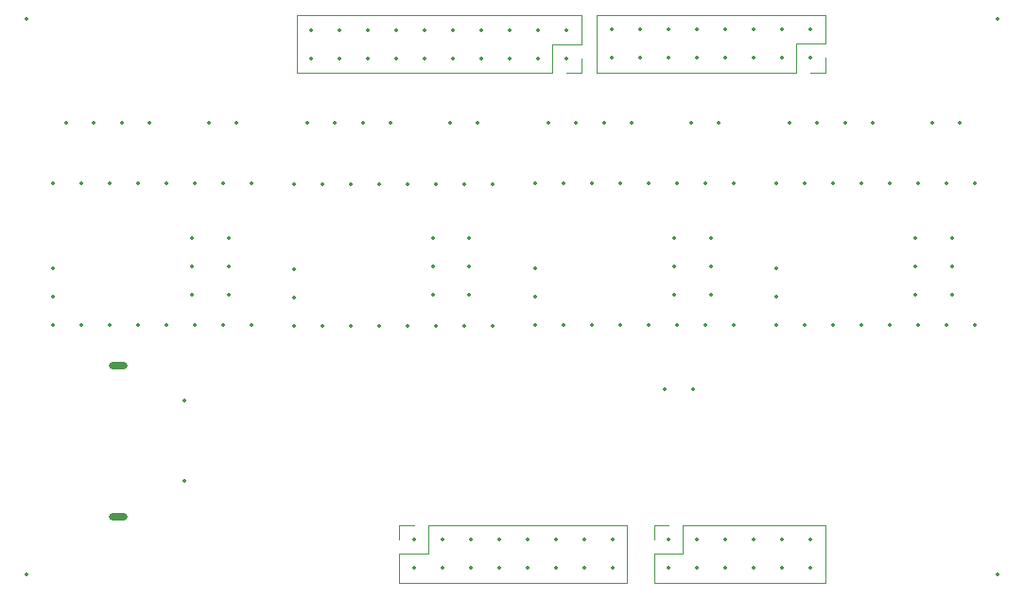
<source format=gbo>
%TF.GenerationSoftware,KiCad,Pcbnew,8.0.3*%
%TF.CreationDate,2024-06-29T14:46:45+02:00*%
%TF.ProjectId,StepperDriver-Shield_FRDM-MCXA153,53746570-7065-4724-9472-697665722d53,rev?*%
%TF.SameCoordinates,Original*%
%TF.FileFunction,Legend,Bot*%
%TF.FilePolarity,Positive*%
%FSLAX46Y46*%
G04 Gerber Fmt 4.6, Leading zero omitted, Abs format (unit mm)*
G04 Created by KiCad (PCBNEW 8.0.3) date 2024-06-29 14:46:45*
%MOMM*%
%LPD*%
G01*
G04 APERTURE LIST*
%ADD10C,0.120000*%
%ADD11C,0.350000*%
%ADD12O,1.700000X0.600000*%
G04 APERTURE END LIST*
D10*
%TO.C,J2*%
X143513222Y-115675168D02*
X144843222Y-115675168D01*
X143513222Y-117005168D02*
X143513222Y-115675168D01*
X143513222Y-118275168D02*
X146113222Y-118275168D01*
X143513222Y-120875168D02*
X143513222Y-118275168D01*
X146113222Y-118275168D02*
X146113222Y-115675168D01*
X158873222Y-115675168D02*
X146113222Y-115675168D01*
X158873222Y-120875168D02*
X143513222Y-120875168D01*
X158873222Y-120875168D02*
X158873222Y-115675168D01*
%TO.C,J5*%
X111503222Y-69965168D02*
X111503222Y-75165168D01*
X111503222Y-69965168D02*
X137023222Y-69965168D01*
X111503222Y-75165168D02*
X134423222Y-75165168D01*
X134423222Y-72565168D02*
X134423222Y-75165168D01*
X137023222Y-69965168D02*
X137023222Y-72565168D01*
X137023222Y-72565168D02*
X134423222Y-72565168D01*
X137023222Y-73835168D02*
X137023222Y-75165168D01*
X137023222Y-75165168D02*
X135693222Y-75165168D01*
%TO.C,J4*%
X138407222Y-69940168D02*
X138407222Y-75140168D01*
X138407222Y-69940168D02*
X158847222Y-69940168D01*
X138407222Y-75140168D02*
X156247222Y-75140168D01*
X156247222Y-72540168D02*
X156247222Y-75140168D01*
X158847222Y-69940168D02*
X158847222Y-72540168D01*
X158847222Y-72540168D02*
X156247222Y-72540168D01*
X158847222Y-73810168D02*
X158847222Y-75140168D01*
X158847222Y-75140168D02*
X157517222Y-75140168D01*
%TO.C,J3*%
X120667222Y-115675168D02*
X121997222Y-115675168D01*
X120667222Y-117005168D02*
X120667222Y-115675168D01*
X120667222Y-118275168D02*
X123267222Y-118275168D01*
X120667222Y-120875168D02*
X120667222Y-118275168D01*
X123267222Y-118275168D02*
X123267222Y-115675168D01*
X141107222Y-115675168D02*
X123267222Y-115675168D01*
X141107222Y-120875168D02*
X120667222Y-120875168D01*
X141107222Y-120875168D02*
X141107222Y-115675168D01*
%TD*%
D11*
X129032000Y-85090000D03*
X126492000Y-85090000D03*
X123952000Y-85090000D03*
X121412000Y-85090000D03*
X118872000Y-85090000D03*
X116332000Y-85090000D03*
X113792000Y-85090000D03*
X111252000Y-85090000D03*
X111252000Y-92710000D03*
X111252000Y-95250000D03*
X111252000Y-97790000D03*
X113792000Y-97790000D03*
X116332000Y-97790000D03*
X118872000Y-97790000D03*
X121412000Y-97790000D03*
X123952000Y-97790000D03*
X126492000Y-97790000D03*
X129032000Y-97790000D03*
X87311222Y-70274168D03*
X125242000Y-79610400D03*
X127742000Y-79610400D03*
X134039600Y-79610400D03*
X136539600Y-79610400D03*
X139039600Y-79610400D03*
X141539600Y-79610400D03*
X87311222Y-120058168D03*
X172212000Y-85080000D03*
X169672000Y-85080000D03*
X167132000Y-85080000D03*
X164592000Y-85080000D03*
X162052000Y-85080000D03*
X159512000Y-85080000D03*
X156972000Y-85080000D03*
X154432000Y-85080000D03*
X154432000Y-92700000D03*
X154432000Y-95240000D03*
X154432000Y-97780000D03*
X156972000Y-97780000D03*
X159512000Y-97780000D03*
X162052000Y-97780000D03*
X164592000Y-97780000D03*
X167132000Y-97780000D03*
X169672000Y-97780000D03*
X172212000Y-97780000D03*
X166928800Y-89931000D03*
X166928800Y-92471000D03*
X166928800Y-95011000D03*
D12*
X95498400Y-114896400D03*
D11*
X101498400Y-111746400D03*
D12*
X95498400Y-101396400D03*
D11*
X101498400Y-104546400D03*
X146832000Y-79602000D03*
X149332000Y-79602000D03*
X150622000Y-85080000D03*
X148082000Y-85080000D03*
X145542000Y-85080000D03*
X143002000Y-85080000D03*
X140462000Y-85080000D03*
X137922000Y-85080000D03*
X135382000Y-85080000D03*
X132842000Y-85080000D03*
X132842000Y-92700000D03*
X132842000Y-95240000D03*
X132842000Y-97780000D03*
X135382000Y-97780000D03*
X137922000Y-97780000D03*
X140462000Y-97780000D03*
X143002000Y-97780000D03*
X145542000Y-97780000D03*
X148082000Y-97780000D03*
X150622000Y-97780000D03*
X170180000Y-89931000D03*
X170180000Y-92471000D03*
X170180000Y-95011000D03*
X112455000Y-79610400D03*
X114955000Y-79610400D03*
X117455000Y-79610400D03*
X119955000Y-79610400D03*
X155635000Y-79602000D03*
X158135000Y-79602000D03*
X160635000Y-79602000D03*
X163135000Y-79602000D03*
X148640800Y-89931000D03*
X148640800Y-92471000D03*
X148640800Y-95011000D03*
X103632000Y-79610400D03*
X106132000Y-79610400D03*
X126979200Y-89931000D03*
X126979200Y-92471000D03*
X126979200Y-95011000D03*
X145338800Y-89931000D03*
X145338800Y-92471000D03*
X145338800Y-95011000D03*
X90865000Y-79610400D03*
X93365000Y-79610400D03*
X95865000Y-79610400D03*
X98365000Y-79610400D03*
X146994800Y-103479600D03*
X144454800Y-103479600D03*
X174306222Y-70274168D03*
X105410000Y-89931000D03*
X105410000Y-92471000D03*
X105410000Y-95011000D03*
X107442000Y-85085000D03*
X104902000Y-85085000D03*
X102362000Y-85085000D03*
X99822000Y-85085000D03*
X97282000Y-85085000D03*
X94742000Y-85085000D03*
X92202000Y-85085000D03*
X89662000Y-85085000D03*
X89662000Y-92705000D03*
X89662000Y-95245000D03*
X89662000Y-97785000D03*
X92202000Y-97785000D03*
X94742000Y-97785000D03*
X97282000Y-97785000D03*
X99822000Y-97785000D03*
X102362000Y-97785000D03*
X104902000Y-97785000D03*
X107442000Y-97785000D03*
X174306222Y-120058168D03*
X168422000Y-79602000D03*
X170922000Y-79602000D03*
X123728000Y-89931000D03*
X123728000Y-92471000D03*
X123728000Y-95011000D03*
X102158800Y-89931000D03*
X102158800Y-92471000D03*
X102158800Y-95011000D03*
X144843222Y-117005168D03*
X144843222Y-119545168D03*
X147383222Y-117005168D03*
X147383222Y-119545168D03*
X149923222Y-117005168D03*
X149923222Y-119545168D03*
X152463222Y-117005168D03*
X152463222Y-119545168D03*
X155003222Y-117005168D03*
X155003222Y-119545168D03*
X157543222Y-117005168D03*
X157543222Y-119545168D03*
X135693222Y-73835168D03*
X135693222Y-71295168D03*
X133153222Y-73835168D03*
X133153222Y-71295168D03*
X130613222Y-73835168D03*
X130613222Y-71295168D03*
X128073222Y-73835168D03*
X128073222Y-71295168D03*
X125533222Y-73835168D03*
X125533222Y-71295168D03*
X122993222Y-73835168D03*
X122993222Y-71295168D03*
X120453222Y-73835168D03*
X120453222Y-71295168D03*
X117913222Y-73835168D03*
X117913222Y-71295168D03*
X115373222Y-73835168D03*
X115373222Y-71295168D03*
X112833222Y-73835168D03*
X112833222Y-71295168D03*
X157517222Y-73810168D03*
X157517222Y-71270168D03*
X154977222Y-73810168D03*
X154977222Y-71270168D03*
X152437222Y-73810168D03*
X152437222Y-71270168D03*
X149897222Y-73810168D03*
X149897222Y-71270168D03*
X147357222Y-73810168D03*
X147357222Y-71270168D03*
X144817222Y-73810168D03*
X144817222Y-71270168D03*
X142277222Y-73810168D03*
X142277222Y-71270168D03*
X139737222Y-73810168D03*
X139737222Y-71270168D03*
X121997222Y-117005168D03*
X121997222Y-119545168D03*
X124537222Y-117005168D03*
X124537222Y-119545168D03*
X127077222Y-117005168D03*
X127077222Y-119545168D03*
X129617222Y-117005168D03*
X129617222Y-119545168D03*
X132157222Y-117005168D03*
X132157222Y-119545168D03*
X134697222Y-117005168D03*
X134697222Y-119545168D03*
X137237222Y-117005168D03*
X137237222Y-119545168D03*
X139777222Y-117005168D03*
X139777222Y-119545168D03*
M02*

</source>
